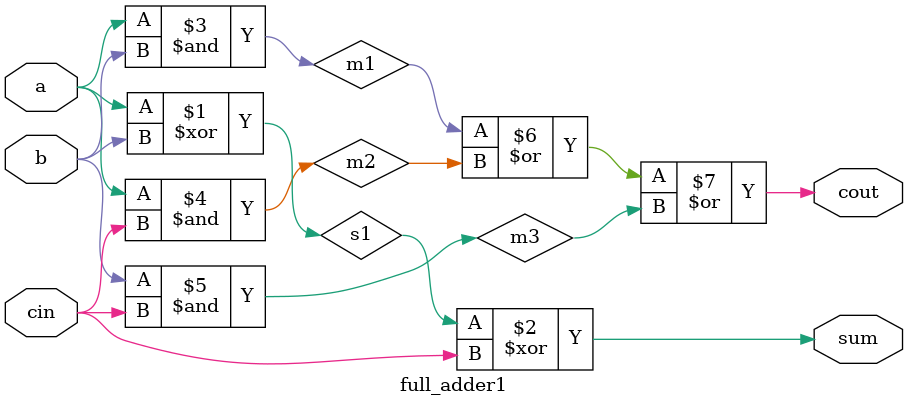
<source format=v>
`timescale 1ns / 1ps


module full_adder1(
    input a,
    input b,
    input cin,
    output sum,
    output cout
    );
    
    wire s1,m1,m2,m3;
    xor u1(s1, a, b);
    xor u2(sum, s1, cin);
    and (m1, a, b);
    and (m2, a, cin);
    and (m3, b ,cin);
    or (cout, m1, m2, m3);
    
endmodule

</source>
